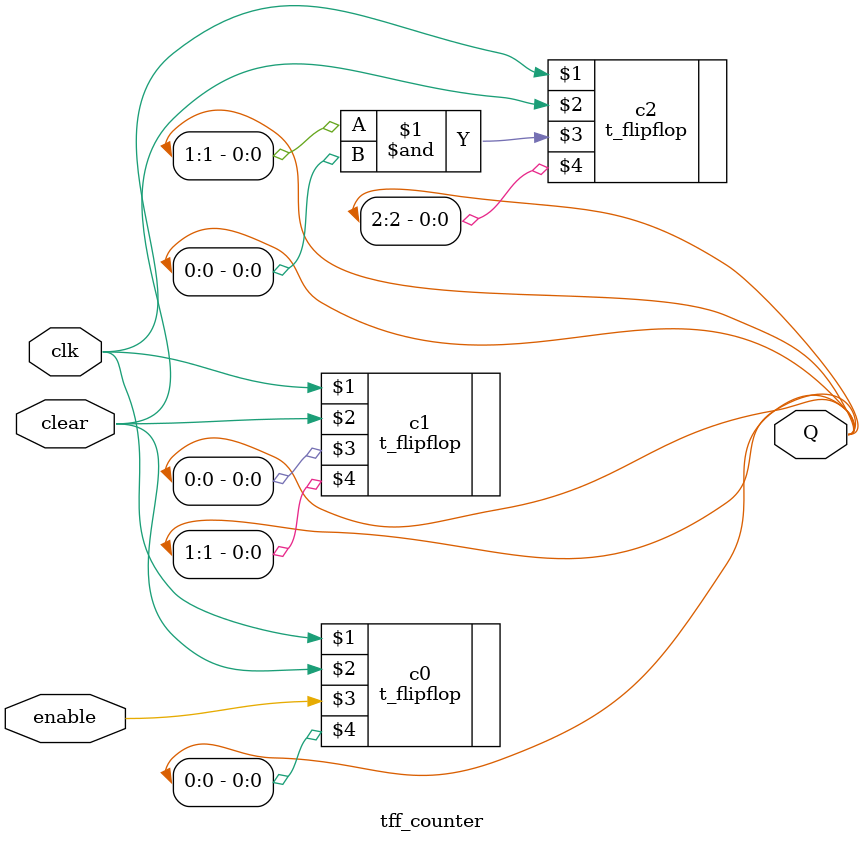
<source format=v>
`timescale 1ns / 1ps


module tff_counter(input clk, clear, enable, output [2:0] Q);
    
    t_flipflop c0(clk, clear, enable, Q[0]);
    t_flipflop c1(clk, clear, Q[0], Q[1]);
    t_flipflop c2(clk, clear, Q[1] & Q[0], Q[2]);
    
endmodule

</source>
